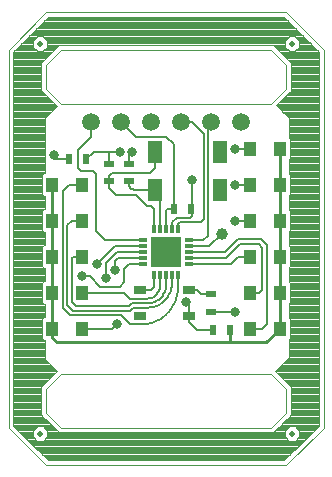
<source format=gtl>
G75*
%MOIN*%
%OFA0B0*%
%FSLAX24Y24*%
%IPPOS*%
%LPD*%
%AMOC8*
5,1,8,0,0,1.08239X$1,22.5*
%
%ADD10C,0.0040*%
%ADD11R,0.0287X0.0118*%
%ADD12R,0.0118X0.0287*%
%ADD13R,0.0984X0.0984*%
%ADD14R,0.0236X0.0354*%
%ADD15C,0.0591*%
%ADD16R,0.0413X0.0256*%
%ADD17R,0.0354X0.0236*%
%ADD18R,0.0433X0.0492*%
%ADD19R,0.0512X0.0748*%
%ADD20C,0.0197*%
%ADD21C,0.0394*%
%ADD22C,0.0080*%
%ADD23C,0.0317*%
%ADD24C,0.0100*%
D10*
X000858Y000999D02*
X010022Y000999D01*
X010061Y001037D02*
X009774Y001037D01*
X009739Y001002D02*
X009878Y001141D01*
X009878Y001339D01*
X009739Y001478D01*
X009541Y001478D01*
X009402Y001339D01*
X009402Y001141D01*
X009541Y001002D01*
X009739Y001002D01*
X009813Y001076D02*
X010099Y001076D01*
X010138Y001114D02*
X009851Y001114D01*
X009878Y001153D02*
X010176Y001153D01*
X010215Y001191D02*
X009878Y001191D01*
X009878Y001230D02*
X010253Y001230D01*
X010292Y001268D02*
X009878Y001268D01*
X009878Y001307D02*
X010330Y001307D01*
X010369Y001345D02*
X009872Y001345D01*
X009834Y001384D02*
X010407Y001384D01*
X010446Y001422D02*
X009795Y001422D01*
X009757Y001461D02*
X010484Y001461D01*
X010523Y001499D02*
X009225Y001499D01*
X009187Y001461D02*
X009523Y001461D01*
X009485Y001422D02*
X009148Y001422D01*
X009110Y001384D02*
X009446Y001384D01*
X009408Y001345D02*
X009071Y001345D01*
X009100Y001374D02*
X009600Y001874D01*
X009600Y002806D01*
X009506Y002900D01*
X009081Y003325D01*
X009507Y003750D01*
X009530Y003773D01*
X009530Y004377D01*
X009589Y004436D01*
X009589Y005044D01*
X009530Y005103D01*
X009530Y005577D01*
X009589Y005636D01*
X009589Y006244D01*
X009530Y006303D01*
X009530Y006777D01*
X009589Y006836D01*
X009589Y007444D01*
X009530Y007503D01*
X009530Y007977D01*
X009589Y008036D01*
X009589Y008644D01*
X009530Y008703D01*
X009530Y009177D01*
X009589Y009236D01*
X009589Y009844D01*
X009530Y009903D01*
X009530Y010377D01*
X009589Y010436D01*
X009589Y011044D01*
X009530Y011103D01*
X009530Y011757D01*
X009507Y011780D01*
X009507Y011780D01*
X009106Y012180D01*
X009600Y012674D01*
X009600Y013606D01*
X009006Y014200D01*
X001874Y014200D01*
X001780Y014106D01*
X001280Y013606D01*
X001280Y012674D01*
X001374Y012580D01*
X001799Y012155D01*
X001423Y011780D01*
X001400Y011757D01*
X001400Y010620D01*
X001392Y010599D01*
X001392Y010481D01*
X001400Y010460D01*
X001400Y009926D01*
X001373Y009926D01*
X001291Y009844D01*
X001291Y009236D01*
X001373Y009154D01*
X001400Y009154D01*
X001400Y008726D01*
X001373Y008726D01*
X001291Y008644D01*
X001291Y008036D01*
X001373Y007954D01*
X001400Y007954D01*
X001400Y007526D01*
X001373Y007526D01*
X001291Y007444D01*
X001291Y006836D01*
X001373Y006754D01*
X001400Y006754D01*
X001400Y006326D01*
X001373Y006326D01*
X001291Y006244D01*
X001291Y005636D01*
X001373Y005554D01*
X001400Y005554D01*
X001400Y005126D01*
X001373Y005126D01*
X001291Y005044D01*
X001291Y004436D01*
X001373Y004354D01*
X001400Y004354D01*
X001400Y003723D01*
X001799Y003325D01*
X001780Y003306D01*
X001280Y002806D01*
X001280Y001874D01*
X001874Y001280D01*
X002006Y001280D01*
X009006Y001280D01*
X009100Y001374D01*
X009033Y001307D02*
X009402Y001307D01*
X009402Y001268D02*
X001478Y001268D01*
X001478Y001230D02*
X009402Y001230D01*
X009402Y001191D02*
X001478Y001191D01*
X001478Y001153D02*
X009402Y001153D01*
X009429Y001114D02*
X001451Y001114D01*
X001478Y001141D02*
X001339Y001002D01*
X001141Y001002D01*
X001002Y001141D01*
X001002Y001339D01*
X001141Y001478D01*
X001339Y001478D01*
X001478Y001339D01*
X001478Y001141D01*
X001413Y001076D02*
X009467Y001076D01*
X009506Y001037D02*
X001374Y001037D01*
X001106Y001037D02*
X000819Y001037D01*
X000781Y001076D02*
X001067Y001076D01*
X001029Y001114D02*
X000742Y001114D01*
X000704Y001153D02*
X001002Y001153D01*
X001002Y001191D02*
X000665Y001191D01*
X000627Y001230D02*
X001002Y001230D01*
X001002Y001268D02*
X000588Y001268D01*
X000550Y001307D02*
X001002Y001307D01*
X001008Y001345D02*
X000511Y001345D01*
X000473Y001384D02*
X001046Y001384D01*
X001085Y001422D02*
X000434Y001422D01*
X000396Y001461D02*
X001123Y001461D01*
X001357Y001461D02*
X001693Y001461D01*
X001655Y001499D02*
X000357Y001499D01*
X000350Y001506D02*
X000350Y013974D01*
X001506Y015130D01*
X009374Y015130D01*
X010530Y013974D01*
X010530Y001506D01*
X009374Y000350D01*
X001506Y000350D01*
X000350Y001506D01*
X000350Y001538D02*
X001616Y001538D01*
X001578Y001576D02*
X000350Y001576D01*
X000350Y001615D02*
X001539Y001615D01*
X001501Y001653D02*
X000350Y001653D01*
X000350Y001692D02*
X001462Y001692D01*
X001424Y001730D02*
X000350Y001730D01*
X000350Y001769D02*
X001385Y001769D01*
X001347Y001807D02*
X000350Y001807D01*
X000350Y001846D02*
X001308Y001846D01*
X001280Y001884D02*
X000350Y001884D01*
X000350Y001923D02*
X001280Y001923D01*
X001280Y001961D02*
X000350Y001961D01*
X000350Y002000D02*
X001280Y002000D01*
X001280Y002038D02*
X000350Y002038D01*
X000350Y002077D02*
X001280Y002077D01*
X001280Y002115D02*
X000350Y002115D01*
X000350Y002154D02*
X001280Y002154D01*
X001280Y002192D02*
X000350Y002192D01*
X000350Y002231D02*
X001280Y002231D01*
X001280Y002269D02*
X000350Y002269D01*
X000350Y002308D02*
X001280Y002308D01*
X001280Y002346D02*
X000350Y002346D01*
X000350Y002385D02*
X001280Y002385D01*
X001280Y002423D02*
X000350Y002423D01*
X000350Y002462D02*
X001280Y002462D01*
X001280Y002500D02*
X000350Y002500D01*
X000350Y002539D02*
X001280Y002539D01*
X001280Y002577D02*
X000350Y002577D01*
X000350Y002616D02*
X001280Y002616D01*
X001280Y002654D02*
X000350Y002654D01*
X000350Y002693D02*
X001280Y002693D01*
X001280Y002731D02*
X000350Y002731D01*
X000350Y002770D02*
X001280Y002770D01*
X001282Y002808D02*
X000350Y002808D01*
X000350Y002847D02*
X001320Y002847D01*
X001359Y002885D02*
X000350Y002885D01*
X000350Y002924D02*
X001397Y002924D01*
X001436Y002962D02*
X000350Y002962D01*
X000350Y003001D02*
X001474Y003001D01*
X001513Y003039D02*
X000350Y003039D01*
X000350Y003078D02*
X001551Y003078D01*
X001590Y003116D02*
X000350Y003116D01*
X000350Y003155D02*
X001628Y003155D01*
X001667Y003193D02*
X000350Y003193D01*
X000350Y003232D02*
X001705Y003232D01*
X001744Y003270D02*
X000350Y003270D01*
X000350Y003309D02*
X001782Y003309D01*
X001776Y003347D02*
X000350Y003347D01*
X000350Y003386D02*
X001738Y003386D01*
X001699Y003424D02*
X000350Y003424D01*
X000350Y003463D02*
X001661Y003463D01*
X001622Y003501D02*
X000350Y003501D01*
X000350Y003540D02*
X001584Y003540D01*
X001545Y003578D02*
X000350Y003578D01*
X000350Y003617D02*
X001507Y003617D01*
X001468Y003655D02*
X000350Y003655D01*
X000350Y003694D02*
X001430Y003694D01*
X001400Y003732D02*
X000350Y003732D01*
X000350Y003771D02*
X001400Y003771D01*
X001400Y003809D02*
X000350Y003809D01*
X000350Y003848D02*
X001400Y003848D01*
X001400Y003886D02*
X000350Y003886D01*
X000350Y003925D02*
X001400Y003925D01*
X001400Y003963D02*
X000350Y003963D01*
X000350Y004002D02*
X001400Y004002D01*
X001400Y004040D02*
X000350Y004040D01*
X000350Y004079D02*
X001400Y004079D01*
X001400Y004117D02*
X000350Y004117D01*
X000350Y004156D02*
X001400Y004156D01*
X001400Y004194D02*
X000350Y004194D01*
X000350Y004233D02*
X001400Y004233D01*
X001400Y004271D02*
X000350Y004271D01*
X000350Y004310D02*
X001400Y004310D01*
X001400Y004348D02*
X000350Y004348D01*
X000350Y004387D02*
X001341Y004387D01*
X001302Y004425D02*
X000350Y004425D01*
X000350Y004464D02*
X001291Y004464D01*
X001291Y004502D02*
X000350Y004502D01*
X000350Y004541D02*
X001291Y004541D01*
X001291Y004579D02*
X000350Y004579D01*
X000350Y004618D02*
X001291Y004618D01*
X001291Y004656D02*
X000350Y004656D01*
X000350Y004695D02*
X001291Y004695D01*
X001291Y004733D02*
X000350Y004733D01*
X000350Y004772D02*
X001291Y004772D01*
X001291Y004810D02*
X000350Y004810D01*
X000350Y004849D02*
X001291Y004849D01*
X001291Y004887D02*
X000350Y004887D01*
X000350Y004926D02*
X001291Y004926D01*
X001291Y004964D02*
X000350Y004964D01*
X000350Y005003D02*
X001291Y005003D01*
X001291Y005041D02*
X000350Y005041D01*
X000350Y005080D02*
X001327Y005080D01*
X001365Y005118D02*
X000350Y005118D01*
X000350Y005157D02*
X001400Y005157D01*
X001400Y005195D02*
X000350Y005195D01*
X000350Y005234D02*
X001400Y005234D01*
X001400Y005272D02*
X000350Y005272D01*
X000350Y005311D02*
X001400Y005311D01*
X001400Y005349D02*
X000350Y005349D01*
X000350Y005388D02*
X001400Y005388D01*
X001400Y005426D02*
X000350Y005426D01*
X000350Y005465D02*
X001400Y005465D01*
X001400Y005503D02*
X000350Y005503D01*
X000350Y005542D02*
X001400Y005542D01*
X001347Y005580D02*
X000350Y005580D01*
X000350Y005619D02*
X001309Y005619D01*
X001291Y005657D02*
X000350Y005657D01*
X000350Y005696D02*
X001291Y005696D01*
X001291Y005734D02*
X000350Y005734D01*
X000350Y005773D02*
X001291Y005773D01*
X001291Y005811D02*
X000350Y005811D01*
X000350Y005850D02*
X001291Y005850D01*
X001291Y005888D02*
X000350Y005888D01*
X000350Y005927D02*
X001291Y005927D01*
X001291Y005965D02*
X000350Y005965D01*
X000350Y006004D02*
X001291Y006004D01*
X001291Y006042D02*
X000350Y006042D01*
X000350Y006081D02*
X001291Y006081D01*
X001291Y006119D02*
X000350Y006119D01*
X000350Y006158D02*
X001291Y006158D01*
X001291Y006196D02*
X000350Y006196D01*
X000350Y006235D02*
X001291Y006235D01*
X001320Y006273D02*
X000350Y006273D01*
X000350Y006312D02*
X001359Y006312D01*
X001400Y006350D02*
X000350Y006350D01*
X000350Y006389D02*
X001400Y006389D01*
X001400Y006427D02*
X000350Y006427D01*
X000350Y006466D02*
X001400Y006466D01*
X001400Y006504D02*
X000350Y006504D01*
X000350Y006543D02*
X001400Y006543D01*
X001400Y006581D02*
X000350Y006581D01*
X000350Y006620D02*
X001400Y006620D01*
X001400Y006658D02*
X000350Y006658D01*
X000350Y006697D02*
X001400Y006697D01*
X001400Y006735D02*
X000350Y006735D01*
X000350Y006774D02*
X001354Y006774D01*
X001315Y006812D02*
X000350Y006812D01*
X000350Y006851D02*
X001291Y006851D01*
X001291Y006889D02*
X000350Y006889D01*
X000350Y006928D02*
X001291Y006928D01*
X001291Y006966D02*
X000350Y006966D01*
X000350Y007005D02*
X001291Y007005D01*
X001291Y007043D02*
X000350Y007043D01*
X000350Y007082D02*
X001291Y007082D01*
X001291Y007120D02*
X000350Y007120D01*
X000350Y007159D02*
X001291Y007159D01*
X001291Y007197D02*
X000350Y007197D01*
X000350Y007236D02*
X001291Y007236D01*
X001291Y007274D02*
X000350Y007274D01*
X000350Y007313D02*
X001291Y007313D01*
X001291Y007351D02*
X000350Y007351D01*
X000350Y007390D02*
X001291Y007390D01*
X001291Y007428D02*
X000350Y007428D01*
X000350Y007467D02*
X001314Y007467D01*
X001352Y007505D02*
X000350Y007505D01*
X000350Y007544D02*
X001400Y007544D01*
X001400Y007582D02*
X000350Y007582D01*
X000350Y007621D02*
X001400Y007621D01*
X001400Y007659D02*
X000350Y007659D01*
X000350Y007698D02*
X001400Y007698D01*
X001400Y007736D02*
X000350Y007736D01*
X000350Y007775D02*
X001400Y007775D01*
X001400Y007813D02*
X000350Y007813D01*
X000350Y007852D02*
X001400Y007852D01*
X001400Y007890D02*
X000350Y007890D01*
X000350Y007929D02*
X001400Y007929D01*
X001360Y007967D02*
X000350Y007967D01*
X000350Y008006D02*
X001322Y008006D01*
X001291Y008044D02*
X000350Y008044D01*
X000350Y008083D02*
X001291Y008083D01*
X001291Y008121D02*
X000350Y008121D01*
X000350Y008160D02*
X001291Y008160D01*
X001291Y008198D02*
X000350Y008198D01*
X000350Y008237D02*
X001291Y008237D01*
X001291Y008275D02*
X000350Y008275D01*
X000350Y008314D02*
X001291Y008314D01*
X001291Y008352D02*
X000350Y008352D01*
X000350Y008391D02*
X001291Y008391D01*
X001291Y008429D02*
X000350Y008429D01*
X000350Y008468D02*
X001291Y008468D01*
X001291Y008506D02*
X000350Y008506D01*
X000350Y008545D02*
X001291Y008545D01*
X001291Y008583D02*
X000350Y008583D01*
X000350Y008622D02*
X001291Y008622D01*
X001307Y008660D02*
X000350Y008660D01*
X000350Y008699D02*
X001346Y008699D01*
X001400Y008737D02*
X000350Y008737D01*
X000350Y008776D02*
X001400Y008776D01*
X001400Y008814D02*
X000350Y008814D01*
X000350Y008853D02*
X001400Y008853D01*
X001400Y008891D02*
X000350Y008891D01*
X000350Y008930D02*
X001400Y008930D01*
X001400Y008968D02*
X000350Y008968D01*
X000350Y009007D02*
X001400Y009007D01*
X001400Y009045D02*
X000350Y009045D01*
X000350Y009084D02*
X001400Y009084D01*
X001400Y009122D02*
X000350Y009122D01*
X000350Y009161D02*
X001367Y009161D01*
X001328Y009199D02*
X000350Y009199D01*
X000350Y009238D02*
X001291Y009238D01*
X001291Y009276D02*
X000350Y009276D01*
X000350Y009315D02*
X001291Y009315D01*
X001291Y009353D02*
X000350Y009353D01*
X000350Y009392D02*
X001291Y009392D01*
X001291Y009430D02*
X000350Y009430D01*
X000350Y009469D02*
X001291Y009469D01*
X001291Y009507D02*
X000350Y009507D01*
X000350Y009546D02*
X001291Y009546D01*
X001291Y009584D02*
X000350Y009584D01*
X000350Y009623D02*
X001291Y009623D01*
X001291Y009661D02*
X000350Y009661D01*
X000350Y009700D02*
X001291Y009700D01*
X001291Y009738D02*
X000350Y009738D01*
X000350Y009777D02*
X001291Y009777D01*
X001291Y009815D02*
X000350Y009815D01*
X000350Y009854D02*
X001301Y009854D01*
X001339Y009892D02*
X000350Y009892D01*
X000350Y009931D02*
X001400Y009931D01*
X001400Y009969D02*
X000350Y009969D01*
X000350Y010008D02*
X001400Y010008D01*
X001400Y010046D02*
X000350Y010046D01*
X000350Y010085D02*
X001400Y010085D01*
X001400Y010123D02*
X000350Y010123D01*
X000350Y010162D02*
X001400Y010162D01*
X001400Y010200D02*
X000350Y010200D01*
X000350Y010239D02*
X001400Y010239D01*
X001400Y010277D02*
X000350Y010277D01*
X000350Y010316D02*
X001400Y010316D01*
X001400Y010354D02*
X000350Y010354D01*
X000350Y010393D02*
X001400Y010393D01*
X001400Y010431D02*
X000350Y010431D01*
X000350Y010470D02*
X001396Y010470D01*
X001392Y010508D02*
X000350Y010508D01*
X000350Y010547D02*
X001392Y010547D01*
X001392Y010585D02*
X000350Y010585D01*
X000350Y010624D02*
X001400Y010624D01*
X001400Y010662D02*
X000350Y010662D01*
X000350Y010701D02*
X001400Y010701D01*
X001400Y010739D02*
X000350Y010739D01*
X000350Y010778D02*
X001400Y010778D01*
X001400Y010816D02*
X000350Y010816D01*
X000350Y010855D02*
X001400Y010855D01*
X001400Y010893D02*
X000350Y010893D01*
X000350Y010932D02*
X001400Y010932D01*
X001400Y010970D02*
X000350Y010970D01*
X000350Y011009D02*
X001400Y011009D01*
X001400Y011047D02*
X000350Y011047D01*
X000350Y011086D02*
X001400Y011086D01*
X001400Y011124D02*
X000350Y011124D01*
X000350Y011163D02*
X001400Y011163D01*
X001400Y011201D02*
X000350Y011201D01*
X000350Y011240D02*
X001400Y011240D01*
X001400Y011278D02*
X000350Y011278D01*
X000350Y011317D02*
X001400Y011317D01*
X001400Y011355D02*
X000350Y011355D01*
X000350Y011394D02*
X001400Y011394D01*
X001400Y011432D02*
X000350Y011432D01*
X000350Y011471D02*
X001400Y011471D01*
X001400Y011509D02*
X000350Y011509D01*
X000350Y011548D02*
X001400Y011548D01*
X001400Y011586D02*
X000350Y011586D01*
X000350Y011625D02*
X001400Y011625D01*
X001400Y011663D02*
X000350Y011663D01*
X000350Y011702D02*
X001400Y011702D01*
X001400Y011740D02*
X000350Y011740D01*
X000350Y011779D02*
X001422Y011779D01*
X001461Y011817D02*
X000350Y011817D01*
X000350Y011856D02*
X001499Y011856D01*
X001538Y011894D02*
X000350Y011894D01*
X000350Y011933D02*
X001576Y011933D01*
X001615Y011971D02*
X000350Y011971D01*
X000350Y012010D02*
X001653Y012010D01*
X001692Y012048D02*
X000350Y012048D01*
X000350Y012087D02*
X001730Y012087D01*
X001769Y012125D02*
X000350Y012125D01*
X000350Y012164D02*
X001790Y012164D01*
X001752Y012202D02*
X000350Y012202D01*
X000350Y012241D02*
X001713Y012241D01*
X001675Y012279D02*
X000350Y012279D01*
X000350Y012318D02*
X001636Y012318D01*
X001598Y012356D02*
X000350Y012356D01*
X000350Y012395D02*
X001559Y012395D01*
X001521Y012433D02*
X000350Y012433D01*
X000350Y012472D02*
X001482Y012472D01*
X001444Y012510D02*
X000350Y012510D01*
X000350Y012549D02*
X001405Y012549D01*
X001367Y012587D02*
X000350Y012587D01*
X000350Y012626D02*
X001328Y012626D01*
X001290Y012664D02*
X000350Y012664D01*
X000350Y012703D02*
X001280Y012703D01*
X001280Y012741D02*
X000350Y012741D01*
X000350Y012780D02*
X001280Y012780D01*
X001280Y012818D02*
X000350Y012818D01*
X000350Y012857D02*
X001280Y012857D01*
X001280Y012895D02*
X000350Y012895D01*
X000350Y012934D02*
X001280Y012934D01*
X001280Y012972D02*
X000350Y012972D01*
X000350Y013011D02*
X001280Y013011D01*
X001280Y013049D02*
X000350Y013049D01*
X000350Y013088D02*
X001280Y013088D01*
X001280Y013126D02*
X000350Y013126D01*
X000350Y013165D02*
X001280Y013165D01*
X001280Y013203D02*
X000350Y013203D01*
X000350Y013242D02*
X001280Y013242D01*
X001280Y013280D02*
X000350Y013280D01*
X000350Y013319D02*
X001280Y013319D01*
X001280Y013357D02*
X000350Y013357D01*
X000350Y013396D02*
X001280Y013396D01*
X001280Y013434D02*
X000350Y013434D01*
X000350Y013473D02*
X001280Y013473D01*
X001280Y013511D02*
X000350Y013511D01*
X000350Y013550D02*
X001280Y013550D01*
X001280Y013588D02*
X000350Y013588D01*
X000350Y013627D02*
X001300Y013627D01*
X001339Y013665D02*
X000350Y013665D01*
X000350Y013704D02*
X001377Y013704D01*
X001416Y013742D02*
X000350Y013742D01*
X000350Y013781D02*
X001454Y013781D01*
X001493Y013819D02*
X000350Y013819D01*
X000350Y013858D02*
X001531Y013858D01*
X001570Y013896D02*
X000350Y013896D01*
X000350Y013935D02*
X001608Y013935D01*
X001647Y013973D02*
X000350Y013973D01*
X000388Y014012D02*
X001131Y014012D01*
X001141Y014002D02*
X001339Y014002D01*
X001478Y014141D01*
X001478Y014339D01*
X001339Y014478D01*
X001141Y014478D01*
X001002Y014339D01*
X001002Y014141D01*
X001141Y014002D01*
X001093Y014050D02*
X000426Y014050D01*
X000465Y014089D02*
X001054Y014089D01*
X001016Y014127D02*
X000503Y014127D01*
X000542Y014166D02*
X001002Y014166D01*
X001002Y014204D02*
X000580Y014204D01*
X000619Y014243D02*
X001002Y014243D01*
X001002Y014281D02*
X000657Y014281D01*
X000696Y014320D02*
X001002Y014320D01*
X001021Y014358D02*
X000734Y014358D01*
X000773Y014397D02*
X001059Y014397D01*
X001098Y014435D02*
X000811Y014435D01*
X000850Y014474D02*
X001136Y014474D01*
X001004Y014628D02*
X009876Y014628D01*
X009838Y014666D02*
X001042Y014666D01*
X001081Y014705D02*
X009799Y014705D01*
X009761Y014743D02*
X001119Y014743D01*
X001158Y014782D02*
X009722Y014782D01*
X009684Y014820D02*
X001196Y014820D01*
X001235Y014859D02*
X009645Y014859D01*
X009607Y014897D02*
X001273Y014897D01*
X001312Y014936D02*
X009568Y014936D01*
X009530Y014974D02*
X001350Y014974D01*
X001389Y015013D02*
X009491Y015013D01*
X009453Y015051D02*
X001427Y015051D01*
X001466Y015090D02*
X009414Y015090D01*
X009376Y015128D02*
X001504Y015128D01*
X001440Y015290D02*
X009440Y015290D01*
X010690Y014040D01*
X010690Y001440D01*
X009440Y000190D01*
X001440Y000190D01*
X000190Y001440D01*
X000190Y014040D01*
X001440Y015290D01*
X001344Y014474D02*
X009536Y014474D01*
X009541Y014478D02*
X009402Y014339D01*
X009402Y014141D01*
X009541Y014002D01*
X009739Y014002D01*
X009878Y014141D01*
X009878Y014339D01*
X009739Y014478D01*
X009541Y014478D01*
X009498Y014435D02*
X001382Y014435D01*
X001421Y014397D02*
X009459Y014397D01*
X009421Y014358D02*
X001459Y014358D01*
X001478Y014320D02*
X009402Y014320D01*
X009402Y014281D02*
X001478Y014281D01*
X001478Y014243D02*
X009402Y014243D01*
X009402Y014204D02*
X001478Y014204D01*
X001478Y014166D02*
X001839Y014166D01*
X001801Y014127D02*
X001464Y014127D01*
X001426Y014089D02*
X001762Y014089D01*
X001724Y014050D02*
X001387Y014050D01*
X001349Y014012D02*
X001685Y014012D01*
X001940Y014040D02*
X008940Y014040D01*
X009440Y013540D01*
X009440Y012740D01*
X008940Y012240D01*
X001940Y012240D01*
X001440Y012740D01*
X001440Y013540D01*
X001940Y014040D01*
X000965Y014589D02*
X009915Y014589D01*
X009953Y014551D02*
X000927Y014551D01*
X000888Y014512D02*
X009992Y014512D01*
X010030Y014474D02*
X009744Y014474D01*
X009782Y014435D02*
X010069Y014435D01*
X010107Y014397D02*
X009821Y014397D01*
X009859Y014358D02*
X010146Y014358D01*
X010184Y014320D02*
X009878Y014320D01*
X009878Y014281D02*
X010223Y014281D01*
X010261Y014243D02*
X009878Y014243D01*
X009878Y014204D02*
X010300Y014204D01*
X010338Y014166D02*
X009878Y014166D01*
X009864Y014127D02*
X010377Y014127D01*
X010415Y014089D02*
X009826Y014089D01*
X009787Y014050D02*
X010454Y014050D01*
X010492Y014012D02*
X009749Y014012D01*
X009531Y014012D02*
X009195Y014012D01*
X009156Y014050D02*
X009493Y014050D01*
X009454Y014089D02*
X009118Y014089D01*
X009079Y014127D02*
X009416Y014127D01*
X009402Y014166D02*
X009041Y014166D01*
X009233Y013973D02*
X010530Y013973D01*
X010530Y013935D02*
X009272Y013935D01*
X009310Y013896D02*
X010530Y013896D01*
X010530Y013858D02*
X009349Y013858D01*
X009387Y013819D02*
X010530Y013819D01*
X010530Y013781D02*
X009426Y013781D01*
X009464Y013742D02*
X010530Y013742D01*
X010530Y013704D02*
X009503Y013704D01*
X009541Y013665D02*
X010530Y013665D01*
X010530Y013627D02*
X009580Y013627D01*
X009600Y013588D02*
X010530Y013588D01*
X010530Y013550D02*
X009600Y013550D01*
X009600Y013511D02*
X010530Y013511D01*
X010530Y013473D02*
X009600Y013473D01*
X009600Y013434D02*
X010530Y013434D01*
X010530Y013396D02*
X009600Y013396D01*
X009600Y013357D02*
X010530Y013357D01*
X010530Y013319D02*
X009600Y013319D01*
X009600Y013280D02*
X010530Y013280D01*
X010530Y013242D02*
X009600Y013242D01*
X009600Y013203D02*
X010530Y013203D01*
X010530Y013165D02*
X009600Y013165D01*
X009600Y013126D02*
X010530Y013126D01*
X010530Y013088D02*
X009600Y013088D01*
X009600Y013049D02*
X010530Y013049D01*
X010530Y013011D02*
X009600Y013011D01*
X009600Y012972D02*
X010530Y012972D01*
X010530Y012934D02*
X009600Y012934D01*
X009600Y012895D02*
X010530Y012895D01*
X010530Y012857D02*
X009600Y012857D01*
X009600Y012818D02*
X010530Y012818D01*
X010530Y012780D02*
X009600Y012780D01*
X009600Y012741D02*
X010530Y012741D01*
X010530Y012703D02*
X009600Y012703D01*
X009590Y012664D02*
X010530Y012664D01*
X010530Y012626D02*
X009552Y012626D01*
X009513Y012587D02*
X010530Y012587D01*
X010530Y012549D02*
X009475Y012549D01*
X009436Y012510D02*
X010530Y012510D01*
X010530Y012472D02*
X009398Y012472D01*
X009359Y012433D02*
X010530Y012433D01*
X010530Y012395D02*
X009321Y012395D01*
X009282Y012356D02*
X010530Y012356D01*
X010530Y012318D02*
X009244Y012318D01*
X009205Y012279D02*
X010530Y012279D01*
X010530Y012241D02*
X009167Y012241D01*
X009128Y012202D02*
X010530Y012202D01*
X010530Y012164D02*
X009123Y012164D01*
X009161Y012125D02*
X010530Y012125D01*
X010530Y012087D02*
X009200Y012087D01*
X009238Y012048D02*
X010530Y012048D01*
X010530Y012010D02*
X009277Y012010D01*
X009315Y011971D02*
X010530Y011971D01*
X010530Y011933D02*
X009354Y011933D01*
X009392Y011894D02*
X010530Y011894D01*
X010530Y011856D02*
X009431Y011856D01*
X009469Y011817D02*
X010530Y011817D01*
X010530Y011779D02*
X009508Y011779D01*
X009530Y011740D02*
X010530Y011740D01*
X010530Y011702D02*
X009530Y011702D01*
X009530Y011663D02*
X010530Y011663D01*
X010530Y011625D02*
X009530Y011625D01*
X009530Y011586D02*
X010530Y011586D01*
X010530Y011548D02*
X009530Y011548D01*
X009530Y011509D02*
X010530Y011509D01*
X010530Y011471D02*
X009530Y011471D01*
X009530Y011432D02*
X010530Y011432D01*
X010530Y011394D02*
X009530Y011394D01*
X009530Y011355D02*
X010530Y011355D01*
X010530Y011317D02*
X009530Y011317D01*
X009530Y011278D02*
X010530Y011278D01*
X010530Y011240D02*
X009530Y011240D01*
X009530Y011201D02*
X010530Y011201D01*
X010530Y011163D02*
X009530Y011163D01*
X009530Y011124D02*
X010530Y011124D01*
X010530Y011086D02*
X009547Y011086D01*
X009586Y011047D02*
X010530Y011047D01*
X010530Y011009D02*
X009589Y011009D01*
X009589Y010970D02*
X010530Y010970D01*
X010530Y010932D02*
X009589Y010932D01*
X009589Y010893D02*
X010530Y010893D01*
X010530Y010855D02*
X009589Y010855D01*
X009589Y010816D02*
X010530Y010816D01*
X010530Y010778D02*
X009589Y010778D01*
X009589Y010739D02*
X010530Y010739D01*
X010530Y010701D02*
X009589Y010701D01*
X009589Y010662D02*
X010530Y010662D01*
X010530Y010624D02*
X009589Y010624D01*
X009589Y010585D02*
X010530Y010585D01*
X010530Y010547D02*
X009589Y010547D01*
X009589Y010508D02*
X010530Y010508D01*
X010530Y010470D02*
X009589Y010470D01*
X009584Y010431D02*
X010530Y010431D01*
X010530Y010393D02*
X009545Y010393D01*
X009530Y010354D02*
X010530Y010354D01*
X010530Y010316D02*
X009530Y010316D01*
X009530Y010277D02*
X010530Y010277D01*
X010530Y010239D02*
X009530Y010239D01*
X009530Y010200D02*
X010530Y010200D01*
X010530Y010162D02*
X009530Y010162D01*
X009530Y010123D02*
X010530Y010123D01*
X010530Y010085D02*
X009530Y010085D01*
X009530Y010046D02*
X010530Y010046D01*
X010530Y010008D02*
X009530Y010008D01*
X009530Y009969D02*
X010530Y009969D01*
X010530Y009931D02*
X009530Y009931D01*
X009541Y009892D02*
X010530Y009892D01*
X010530Y009854D02*
X009579Y009854D01*
X009589Y009815D02*
X010530Y009815D01*
X010530Y009777D02*
X009589Y009777D01*
X009589Y009738D02*
X010530Y009738D01*
X010530Y009700D02*
X009589Y009700D01*
X009589Y009661D02*
X010530Y009661D01*
X010530Y009623D02*
X009589Y009623D01*
X009589Y009584D02*
X010530Y009584D01*
X010530Y009546D02*
X009589Y009546D01*
X009589Y009507D02*
X010530Y009507D01*
X010530Y009469D02*
X009589Y009469D01*
X009589Y009430D02*
X010530Y009430D01*
X010530Y009392D02*
X009589Y009392D01*
X009589Y009353D02*
X010530Y009353D01*
X010530Y009315D02*
X009589Y009315D01*
X009589Y009276D02*
X010530Y009276D01*
X010530Y009238D02*
X009589Y009238D01*
X009552Y009199D02*
X010530Y009199D01*
X010530Y009161D02*
X009530Y009161D01*
X009530Y009122D02*
X010530Y009122D01*
X010530Y009084D02*
X009530Y009084D01*
X009530Y009045D02*
X010530Y009045D01*
X010530Y009007D02*
X009530Y009007D01*
X009530Y008968D02*
X010530Y008968D01*
X010530Y008930D02*
X009530Y008930D01*
X009530Y008891D02*
X010530Y008891D01*
X010530Y008853D02*
X009530Y008853D01*
X009530Y008814D02*
X010530Y008814D01*
X010530Y008776D02*
X009530Y008776D01*
X009530Y008737D02*
X010530Y008737D01*
X010530Y008699D02*
X009534Y008699D01*
X009573Y008660D02*
X010530Y008660D01*
X010530Y008622D02*
X009589Y008622D01*
X009589Y008583D02*
X010530Y008583D01*
X010530Y008545D02*
X009589Y008545D01*
X009589Y008506D02*
X010530Y008506D01*
X010530Y008468D02*
X009589Y008468D01*
X009589Y008429D02*
X010530Y008429D01*
X010530Y008391D02*
X009589Y008391D01*
X009589Y008352D02*
X010530Y008352D01*
X010530Y008314D02*
X009589Y008314D01*
X009589Y008275D02*
X010530Y008275D01*
X010530Y008237D02*
X009589Y008237D01*
X009589Y008198D02*
X010530Y008198D01*
X010530Y008160D02*
X009589Y008160D01*
X009589Y008121D02*
X010530Y008121D01*
X010530Y008083D02*
X009589Y008083D01*
X009589Y008044D02*
X010530Y008044D01*
X010530Y008006D02*
X009558Y008006D01*
X009530Y007967D02*
X010530Y007967D01*
X010530Y007929D02*
X009530Y007929D01*
X009530Y007890D02*
X010530Y007890D01*
X010530Y007852D02*
X009530Y007852D01*
X009530Y007813D02*
X010530Y007813D01*
X010530Y007775D02*
X009530Y007775D01*
X009530Y007736D02*
X010530Y007736D01*
X010530Y007698D02*
X009530Y007698D01*
X009530Y007659D02*
X010530Y007659D01*
X010530Y007621D02*
X009530Y007621D01*
X009530Y007582D02*
X010530Y007582D01*
X010530Y007544D02*
X009530Y007544D01*
X009530Y007505D02*
X010530Y007505D01*
X010530Y007467D02*
X009566Y007467D01*
X009589Y007428D02*
X010530Y007428D01*
X010530Y007390D02*
X009589Y007390D01*
X009589Y007351D02*
X010530Y007351D01*
X010530Y007313D02*
X009589Y007313D01*
X009589Y007274D02*
X010530Y007274D01*
X010530Y007236D02*
X009589Y007236D01*
X009589Y007197D02*
X010530Y007197D01*
X010530Y007159D02*
X009589Y007159D01*
X009589Y007120D02*
X010530Y007120D01*
X010530Y007082D02*
X009589Y007082D01*
X009589Y007043D02*
X010530Y007043D01*
X010530Y007005D02*
X009589Y007005D01*
X009589Y006966D02*
X010530Y006966D01*
X010530Y006928D02*
X009589Y006928D01*
X009589Y006889D02*
X010530Y006889D01*
X010530Y006851D02*
X009589Y006851D01*
X009565Y006812D02*
X010530Y006812D01*
X010530Y006774D02*
X009530Y006774D01*
X009530Y006735D02*
X010530Y006735D01*
X010530Y006697D02*
X009530Y006697D01*
X009530Y006658D02*
X010530Y006658D01*
X010530Y006620D02*
X009530Y006620D01*
X009530Y006581D02*
X010530Y006581D01*
X010530Y006543D02*
X009530Y006543D01*
X009530Y006504D02*
X010530Y006504D01*
X010530Y006466D02*
X009530Y006466D01*
X009530Y006427D02*
X010530Y006427D01*
X010530Y006389D02*
X009530Y006389D01*
X009530Y006350D02*
X010530Y006350D01*
X010530Y006312D02*
X009530Y006312D01*
X009560Y006273D02*
X010530Y006273D01*
X010530Y006235D02*
X009589Y006235D01*
X009589Y006196D02*
X010530Y006196D01*
X010530Y006158D02*
X009589Y006158D01*
X009589Y006119D02*
X010530Y006119D01*
X010530Y006081D02*
X009589Y006081D01*
X009589Y006042D02*
X010530Y006042D01*
X010530Y006004D02*
X009589Y006004D01*
X009589Y005965D02*
X010530Y005965D01*
X010530Y005927D02*
X009589Y005927D01*
X009589Y005888D02*
X010530Y005888D01*
X010530Y005850D02*
X009589Y005850D01*
X009589Y005811D02*
X010530Y005811D01*
X010530Y005773D02*
X009589Y005773D01*
X009589Y005734D02*
X010530Y005734D01*
X010530Y005696D02*
X009589Y005696D01*
X009589Y005657D02*
X010530Y005657D01*
X010530Y005619D02*
X009571Y005619D01*
X009533Y005580D02*
X010530Y005580D01*
X010530Y005542D02*
X009530Y005542D01*
X009530Y005503D02*
X010530Y005503D01*
X010530Y005465D02*
X009530Y005465D01*
X009530Y005426D02*
X010530Y005426D01*
X010530Y005388D02*
X009530Y005388D01*
X009530Y005349D02*
X010530Y005349D01*
X010530Y005311D02*
X009530Y005311D01*
X009530Y005272D02*
X010530Y005272D01*
X010530Y005234D02*
X009530Y005234D01*
X009530Y005195D02*
X010530Y005195D01*
X010530Y005157D02*
X009530Y005157D01*
X009530Y005118D02*
X010530Y005118D01*
X010530Y005080D02*
X009553Y005080D01*
X009589Y005041D02*
X010530Y005041D01*
X010530Y005003D02*
X009589Y005003D01*
X009589Y004964D02*
X010530Y004964D01*
X010530Y004926D02*
X009589Y004926D01*
X009589Y004887D02*
X010530Y004887D01*
X010530Y004849D02*
X009589Y004849D01*
X009589Y004810D02*
X010530Y004810D01*
X010530Y004772D02*
X009589Y004772D01*
X009589Y004733D02*
X010530Y004733D01*
X010530Y004695D02*
X009589Y004695D01*
X009589Y004656D02*
X010530Y004656D01*
X010530Y004618D02*
X009589Y004618D01*
X009589Y004579D02*
X010530Y004579D01*
X010530Y004541D02*
X009589Y004541D01*
X009589Y004502D02*
X010530Y004502D01*
X010530Y004464D02*
X009589Y004464D01*
X009578Y004425D02*
X010530Y004425D01*
X010530Y004387D02*
X009539Y004387D01*
X009530Y004348D02*
X010530Y004348D01*
X010530Y004310D02*
X009530Y004310D01*
X009530Y004271D02*
X010530Y004271D01*
X010530Y004233D02*
X009530Y004233D01*
X009530Y004194D02*
X010530Y004194D01*
X010530Y004156D02*
X009530Y004156D01*
X009530Y004117D02*
X010530Y004117D01*
X010530Y004079D02*
X009530Y004079D01*
X009530Y004040D02*
X010530Y004040D01*
X010530Y004002D02*
X009530Y004002D01*
X009530Y003963D02*
X010530Y003963D01*
X010530Y003925D02*
X009530Y003925D01*
X009530Y003886D02*
X010530Y003886D01*
X010530Y003848D02*
X009530Y003848D01*
X009530Y003809D02*
X010530Y003809D01*
X010530Y003771D02*
X009527Y003771D01*
X009489Y003732D02*
X010530Y003732D01*
X010530Y003694D02*
X009450Y003694D01*
X009412Y003655D02*
X010530Y003655D01*
X010530Y003617D02*
X009373Y003617D01*
X009335Y003578D02*
X010530Y003578D01*
X010530Y003540D02*
X009296Y003540D01*
X009258Y003501D02*
X010530Y003501D01*
X010530Y003463D02*
X009219Y003463D01*
X009181Y003424D02*
X010530Y003424D01*
X010530Y003386D02*
X009142Y003386D01*
X009104Y003347D02*
X010530Y003347D01*
X010530Y003309D02*
X009098Y003309D01*
X009136Y003270D02*
X010530Y003270D01*
X010530Y003232D02*
X009175Y003232D01*
X009213Y003193D02*
X010530Y003193D01*
X010530Y003155D02*
X009252Y003155D01*
X009290Y003116D02*
X010530Y003116D01*
X010530Y003078D02*
X009329Y003078D01*
X009367Y003039D02*
X010530Y003039D01*
X010530Y003001D02*
X009406Y003001D01*
X009444Y002962D02*
X010530Y002962D01*
X010530Y002924D02*
X009483Y002924D01*
X009521Y002885D02*
X010530Y002885D01*
X010530Y002847D02*
X009560Y002847D01*
X009598Y002808D02*
X010530Y002808D01*
X010530Y002770D02*
X009600Y002770D01*
X009600Y002731D02*
X010530Y002731D01*
X010530Y002693D02*
X009600Y002693D01*
X009600Y002654D02*
X010530Y002654D01*
X010530Y002616D02*
X009600Y002616D01*
X009600Y002577D02*
X010530Y002577D01*
X010530Y002539D02*
X009600Y002539D01*
X009600Y002500D02*
X010530Y002500D01*
X010530Y002462D02*
X009600Y002462D01*
X009600Y002423D02*
X010530Y002423D01*
X010530Y002385D02*
X009600Y002385D01*
X009600Y002346D02*
X010530Y002346D01*
X010530Y002308D02*
X009600Y002308D01*
X009600Y002269D02*
X010530Y002269D01*
X010530Y002231D02*
X009600Y002231D01*
X009600Y002192D02*
X010530Y002192D01*
X010530Y002154D02*
X009600Y002154D01*
X009600Y002115D02*
X010530Y002115D01*
X010530Y002077D02*
X009600Y002077D01*
X009600Y002038D02*
X010530Y002038D01*
X010530Y002000D02*
X009600Y002000D01*
X009600Y001961D02*
X010530Y001961D01*
X010530Y001923D02*
X009600Y001923D01*
X009600Y001884D02*
X010530Y001884D01*
X010530Y001846D02*
X009572Y001846D01*
X009533Y001807D02*
X010530Y001807D01*
X010530Y001769D02*
X009495Y001769D01*
X009456Y001730D02*
X010530Y001730D01*
X010530Y001692D02*
X009418Y001692D01*
X009379Y001653D02*
X010530Y001653D01*
X010530Y001615D02*
X009341Y001615D01*
X009302Y001576D02*
X010530Y001576D01*
X010530Y001538D02*
X009264Y001538D01*
X008940Y001440D02*
X009440Y001940D01*
X009440Y002740D01*
X008940Y003240D01*
X001940Y003240D01*
X001440Y002740D01*
X001440Y001940D01*
X001940Y001440D01*
X008940Y001440D01*
X009676Y000652D02*
X001204Y000652D01*
X001166Y000691D02*
X009714Y000691D01*
X009753Y000729D02*
X001127Y000729D01*
X001089Y000768D02*
X009791Y000768D01*
X009830Y000806D02*
X001050Y000806D01*
X001012Y000845D02*
X009868Y000845D01*
X009907Y000883D02*
X000973Y000883D01*
X000935Y000922D02*
X009945Y000922D01*
X009984Y000960D02*
X000896Y000960D01*
X001243Y000614D02*
X009637Y000614D01*
X009599Y000575D02*
X001281Y000575D01*
X001320Y000537D02*
X009560Y000537D01*
X009522Y000498D02*
X001358Y000498D01*
X001397Y000460D02*
X009483Y000460D01*
X009445Y000421D02*
X001435Y000421D01*
X001474Y000383D02*
X009406Y000383D01*
X001847Y001307D02*
X001478Y001307D01*
X001472Y001345D02*
X001809Y001345D01*
X001770Y001384D02*
X001434Y001384D01*
X001395Y001422D02*
X001732Y001422D01*
D11*
X004668Y006896D03*
X004668Y007093D03*
X004668Y007290D03*
X004668Y007487D03*
X004668Y007684D03*
X006212Y007684D03*
X006212Y007487D03*
X006212Y007290D03*
X006212Y007093D03*
X006212Y006896D03*
D12*
X005834Y006518D03*
X005637Y006518D03*
X005440Y006518D03*
X005243Y006518D03*
X005046Y006518D03*
X005046Y008062D03*
X005243Y008062D03*
X005440Y008062D03*
X005637Y008062D03*
X005834Y008062D03*
D13*
X005440Y007290D03*
D14*
X005695Y008740D03*
X006285Y008740D03*
X006995Y004690D03*
X007585Y004690D03*
X002785Y010390D03*
X002195Y010390D03*
D15*
X002940Y011640D03*
X003940Y011640D03*
X004940Y011640D03*
X005940Y011640D03*
X006940Y011640D03*
X007940Y011640D03*
D16*
X006207Y006013D03*
X006207Y005167D03*
X004573Y005167D03*
X004573Y006013D03*
D17*
X006940Y005885D03*
X006940Y005295D03*
X004190Y009645D03*
X004190Y010235D03*
X003540Y010235D03*
X003540Y009645D03*
D18*
X002632Y009540D03*
X002632Y008340D03*
X002632Y007140D03*
X002632Y005940D03*
X002632Y004740D03*
X001648Y004740D03*
X001648Y005940D03*
X001648Y007140D03*
X001648Y008340D03*
X001648Y009540D03*
X008248Y009540D03*
X008248Y008340D03*
X008248Y007140D03*
X008248Y005940D03*
X008248Y004740D03*
X009232Y004740D03*
X009232Y005940D03*
X009232Y007140D03*
X009232Y008340D03*
X009232Y009540D03*
X009232Y010740D03*
X008248Y010740D03*
D19*
X007223Y010620D03*
X007223Y009360D03*
X005057Y009360D03*
X005057Y010620D03*
D20*
X001240Y014240D03*
X009640Y014240D03*
X009640Y001240D03*
X001240Y001240D03*
D21*
X007290Y007890D03*
D22*
X006887Y007487D01*
X006212Y007487D01*
X006212Y007684D02*
X006684Y007684D01*
X006840Y007840D01*
X006840Y011540D01*
X006940Y011640D01*
X006690Y011240D02*
X006690Y008390D01*
X006590Y008290D01*
X005890Y008290D01*
X005834Y008234D01*
X005834Y008062D01*
X005637Y008062D02*
X005637Y008287D01*
X005790Y008440D01*
X006240Y008440D01*
X006290Y008490D01*
X006290Y008735D01*
X006285Y008740D01*
X006290Y008735D02*
X006290Y009690D01*
X005695Y008740D02*
X005695Y010885D01*
X005440Y011140D01*
X004440Y011140D01*
X003940Y011640D01*
X003890Y010640D02*
X003540Y010640D01*
X003035Y010640D01*
X002785Y010390D01*
X002490Y010090D02*
X002590Y009990D01*
X002990Y009990D01*
X003090Y009890D01*
X003090Y007990D01*
X003396Y007684D01*
X004668Y007684D01*
X004668Y007487D02*
X003737Y007487D01*
X003140Y006890D01*
X003440Y006940D02*
X003440Y006440D01*
X003240Y006140D02*
X002890Y006490D01*
X002640Y006490D01*
X002632Y005940D02*
X004040Y005940D01*
X004240Y005740D01*
X004810Y005740D01*
X004836Y005590D02*
X004290Y005590D01*
X004190Y005490D01*
X002440Y005490D01*
X002290Y005640D01*
X002290Y007090D01*
X002340Y007140D01*
X002632Y007140D01*
X002140Y008190D02*
X002290Y008340D01*
X002632Y008340D01*
X002140Y008190D02*
X002140Y005540D01*
X002340Y005340D01*
X004240Y005340D01*
X004340Y005440D01*
X004832Y005440D01*
X004845Y006013D02*
X004573Y006013D01*
X004631Y004890D02*
X004698Y004892D01*
X004766Y004898D01*
X004833Y004907D01*
X004899Y004920D01*
X004964Y004937D01*
X005028Y004958D01*
X005091Y004982D01*
X005153Y005009D01*
X005213Y005040D01*
X005271Y005074D01*
X005327Y005112D01*
X005381Y005152D01*
X005433Y005196D01*
X005482Y005242D01*
X005528Y005291D01*
X005572Y005343D01*
X005612Y005397D01*
X005650Y005453D01*
X005684Y005511D01*
X005715Y005571D01*
X005742Y005633D01*
X005766Y005696D01*
X005787Y005760D01*
X005804Y005825D01*
X005817Y005891D01*
X005826Y005958D01*
X005832Y006026D01*
X005834Y006093D01*
X005834Y006518D01*
X005637Y006518D02*
X005637Y006245D01*
X005440Y006194D02*
X005440Y006518D01*
X005243Y006518D02*
X005243Y006173D01*
X005046Y006214D02*
X005046Y006518D01*
X005637Y006245D02*
X005635Y006190D01*
X005630Y006135D01*
X005620Y006081D01*
X005607Y006028D01*
X005591Y005975D01*
X005570Y005924D01*
X005547Y005875D01*
X005520Y005827D01*
X005490Y005781D01*
X005456Y005737D01*
X005420Y005696D01*
X005381Y005657D01*
X005340Y005621D01*
X005296Y005587D01*
X005250Y005557D01*
X005202Y005530D01*
X005153Y005507D01*
X005102Y005486D01*
X005049Y005470D01*
X004996Y005457D01*
X004942Y005447D01*
X004887Y005442D01*
X004832Y005440D01*
X004631Y004890D02*
X004240Y004890D01*
X003940Y005190D01*
X002240Y005190D01*
X001990Y005440D01*
X001990Y009340D01*
X002190Y009540D01*
X002632Y009540D01*
X002490Y010090D02*
X002490Y010690D01*
X002940Y011140D01*
X002940Y011640D01*
X003540Y010640D02*
X003540Y010235D01*
X003640Y009940D02*
X004890Y009940D01*
X005057Y010107D01*
X005057Y010620D01*
X004290Y010640D02*
X004190Y010540D01*
X004190Y010235D01*
X003890Y010640D02*
X003640Y010640D01*
X003640Y009940D02*
X003540Y009840D01*
X003540Y009645D01*
X003540Y009410D01*
X003760Y009190D01*
X004440Y009190D01*
X004790Y008840D01*
X004940Y008840D01*
X005046Y008734D01*
X005046Y008062D01*
X005243Y008062D02*
X005243Y009274D01*
X005057Y009360D01*
X004418Y009360D01*
X004391Y009362D01*
X004363Y009367D01*
X004337Y009375D01*
X004312Y009386D01*
X004288Y009400D01*
X004267Y009417D01*
X004247Y009437D01*
X004230Y009458D01*
X004216Y009482D01*
X004205Y009507D01*
X004197Y009533D01*
X004192Y009561D01*
X004190Y009588D01*
X004190Y009645D01*
X005440Y008690D02*
X005440Y008062D01*
X005440Y008690D02*
X005490Y008740D01*
X005695Y008740D01*
X006212Y007290D02*
X007390Y007290D01*
X007840Y007740D01*
X008590Y007740D01*
X008790Y007540D01*
X008790Y004890D01*
X008640Y004740D01*
X008248Y004740D01*
X007740Y005290D02*
X007735Y005295D01*
X006940Y005295D01*
X006940Y005885D02*
X006935Y005890D01*
X006590Y005890D01*
X006467Y006013D01*
X006207Y006013D01*
X006090Y005640D02*
X006207Y005523D01*
X006207Y005167D01*
X006207Y004957D01*
X006474Y004690D01*
X006995Y004690D01*
X008248Y005940D02*
X008540Y005940D01*
X008640Y006040D01*
X008640Y007440D01*
X008537Y007543D01*
X007893Y007543D01*
X007443Y007093D01*
X006212Y007093D01*
X006212Y006896D02*
X007596Y006896D01*
X007840Y007140D01*
X008248Y007140D01*
X008248Y008340D02*
X007740Y008340D01*
X007740Y009540D02*
X008248Y009540D01*
X008248Y010740D02*
X007740Y010740D01*
X006690Y011240D02*
X006290Y011640D01*
X005940Y011640D01*
X004668Y007290D02*
X003790Y007290D01*
X003440Y006940D01*
X003740Y006990D02*
X003740Y006690D01*
X003740Y006990D02*
X003843Y007093D01*
X004668Y007093D01*
X004668Y006896D02*
X004196Y006896D01*
X004040Y006740D01*
X004040Y006290D01*
X003890Y006140D01*
X003240Y006140D01*
X003790Y004890D02*
X003640Y004740D01*
X002632Y004740D01*
X004810Y005740D02*
X004850Y005742D01*
X004890Y005747D01*
X004928Y005757D01*
X004966Y005769D01*
X005003Y005785D01*
X005038Y005805D01*
X005071Y005827D01*
X005102Y005853D01*
X005130Y005881D01*
X005156Y005912D01*
X005178Y005945D01*
X005198Y005980D01*
X005214Y006017D01*
X005226Y006055D01*
X005236Y006093D01*
X005241Y006133D01*
X005243Y006173D01*
X005046Y006214D02*
X005044Y006188D01*
X005039Y006162D01*
X005031Y006137D01*
X005019Y006114D01*
X005004Y006092D01*
X004987Y006072D01*
X004967Y006055D01*
X004946Y006040D01*
X004922Y006028D01*
X004897Y006020D01*
X004871Y006015D01*
X004845Y006013D01*
X004836Y005590D02*
X004883Y005592D01*
X004930Y005597D01*
X004977Y005607D01*
X005023Y005620D01*
X005067Y005636D01*
X005110Y005656D01*
X005152Y005679D01*
X005191Y005705D01*
X005228Y005735D01*
X005263Y005767D01*
X005295Y005802D01*
X005325Y005839D01*
X005351Y005878D01*
X005374Y005920D01*
X005394Y005963D01*
X005410Y006007D01*
X005423Y006053D01*
X005433Y006100D01*
X005438Y006147D01*
X005440Y006194D01*
X002195Y010390D02*
X001840Y010390D01*
X001817Y010392D01*
X001794Y010397D01*
X001772Y010406D01*
X001752Y010419D01*
X001734Y010434D01*
X001719Y010452D01*
X001706Y010472D01*
X001697Y010494D01*
X001692Y010517D01*
X001690Y010540D01*
D23*
X001690Y010540D03*
X003890Y010640D03*
X004290Y010640D03*
X006290Y009690D03*
X007740Y009540D03*
X007740Y008340D03*
X007740Y010740D03*
X006090Y005640D03*
X007740Y005290D03*
X003790Y004890D03*
X003440Y006440D03*
X003740Y006690D03*
X003140Y006890D03*
X002640Y006490D03*
D24*
X001648Y005940D02*
X001648Y004740D01*
X001648Y004432D01*
X001790Y004290D01*
X007585Y004290D01*
X008782Y004290D01*
X009232Y004740D01*
X009232Y005940D01*
X009232Y007140D01*
X009232Y008340D01*
X009232Y009540D01*
X009232Y010740D01*
X007585Y004690D02*
X007585Y004290D01*
X001648Y005940D02*
X001648Y007140D01*
X001648Y008340D01*
X001648Y009540D01*
M02*

</source>
